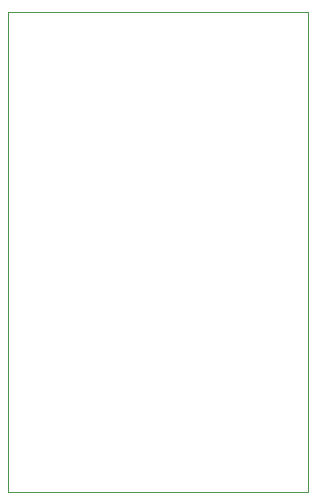
<source format=gm1>
G04 #@! TF.GenerationSoftware,KiCad,Pcbnew,9.0.6*
G04 #@! TF.CreationDate,2026-01-07T21:32:32-06:00*
G04 #@! TF.ProjectId,QFP-32_5x5_P0.5,5146502d-3332-45f3-9578-355f50302e35,rev?*
G04 #@! TF.SameCoordinates,Original*
G04 #@! TF.FileFunction,Profile,NP*
%FSLAX46Y46*%
G04 Gerber Fmt 4.6, Leading zero omitted, Abs format (unit mm)*
G04 Created by KiCad (PCBNEW 9.0.6) date 2026-01-07 21:32:32*
%MOMM*%
%LPD*%
G01*
G04 APERTURE LIST*
G04 #@! TA.AperFunction,Profile*
%ADD10C,0.050000*%
G04 #@! TD*
G04 APERTURE END LIST*
D10*
X125730000Y-100330000D02*
X151130000Y-100330000D01*
X151130000Y-140970000D01*
X125730000Y-140970000D01*
X125730000Y-100330000D01*
M02*

</source>
